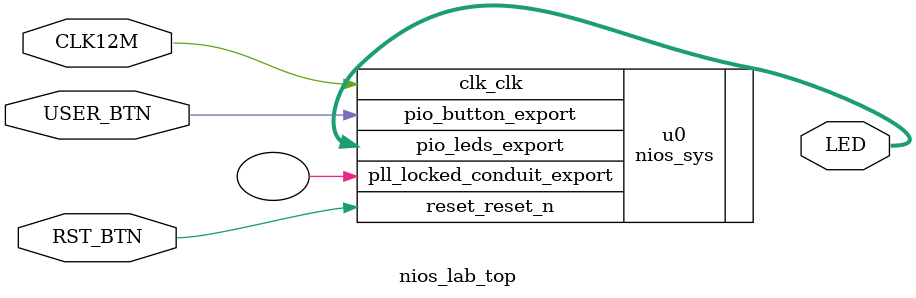
<source format=v>
`timescale 1ps/1ps
module nios_lab_top(
	// Reset and clock
	input			CLK12M,
	input			RST_BTN,
	// User button
	input			USER_BTN,
	// LEDs
	output		[7:0]LED
);

// REG/WIRE declarations

// Structural code here
nios_sys u0 (
		.clk_clk                   (CLK12M),         //                clk.clk
		.pio_button_export         (USER_BTN),       //         pio_button.export
		.pio_leds_export           (LED),           	//           pio_leds.export
		.pll_locked_conduit_export ( ), 					// pll_locked_conduit.export
		.reset_reset_n             (RST_BTN)         //              reset.reset_n
	);

endmodule
</source>
